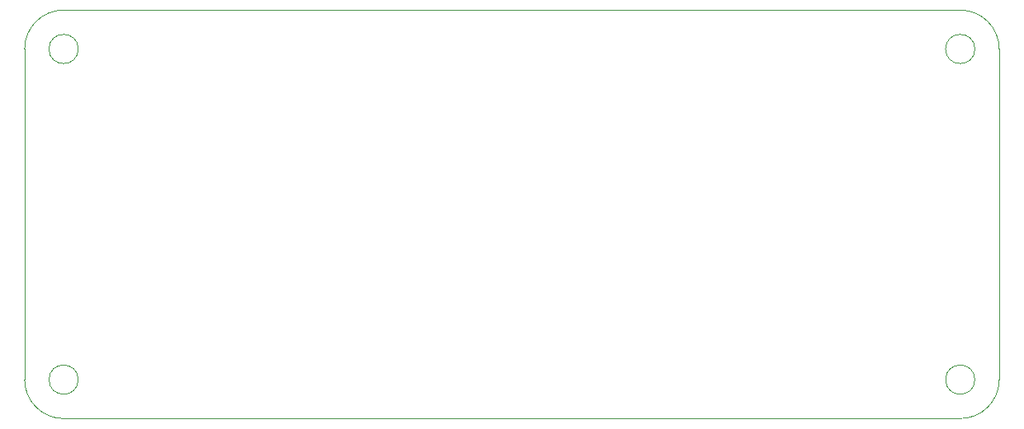
<source format=gbr>
G04 #@! TF.GenerationSoftware,KiCad,Pcbnew,(5.1.5-0-10_14)*
G04 #@! TF.CreationDate,2020-02-05T18:18:06+01:00*
G04 #@! TF.ProjectId,c100_rev_e,63313030-5f72-4657-965f-652e6b696361,rev?*
G04 #@! TF.SameCoordinates,Original*
G04 #@! TF.FileFunction,Profile,NP*
%FSLAX46Y46*%
G04 Gerber Fmt 4.6, Leading zero omitted, Abs format (unit mm)*
G04 Created by KiCad (PCBNEW (5.1.5-0-10_14)) date 2020-02-05 18:18:06*
%MOMM*%
%LPD*%
G04 APERTURE LIST*
%ADD10C,0.050000*%
G04 APERTURE END LIST*
D10*
X97500000Y38000000D02*
G75*
G03X97500000Y38000000I-1500000J0D01*
G01*
X97500000Y4000000D02*
G75*
G03X97500000Y4000000I-1500000J0D01*
G01*
X5500000Y4000000D02*
G75*
G03X5500000Y4000000I-1500000J0D01*
G01*
X5500000Y38000000D02*
G75*
G03X5500000Y38000000I-1500000J0D01*
G01*
X0Y38000000D02*
G75*
G02X4000000Y42000000I4000000J0D01*
G01*
X100000000Y4000000D02*
G75*
G02X96000000Y0I-4000000J0D01*
G01*
X96000000Y42000000D02*
G75*
G02X100000000Y38000000I0J-4000000D01*
G01*
X100000000Y4000000D02*
X100000000Y38000000D01*
X4000000Y42000000D02*
X96000000Y42000000D01*
X0Y4000000D02*
X0Y38000000D01*
X4000000Y0D02*
X96000000Y0D01*
X0Y4000000D02*
G75*
G03X4000000Y0I4000000J0D01*
G01*
M02*

</source>
